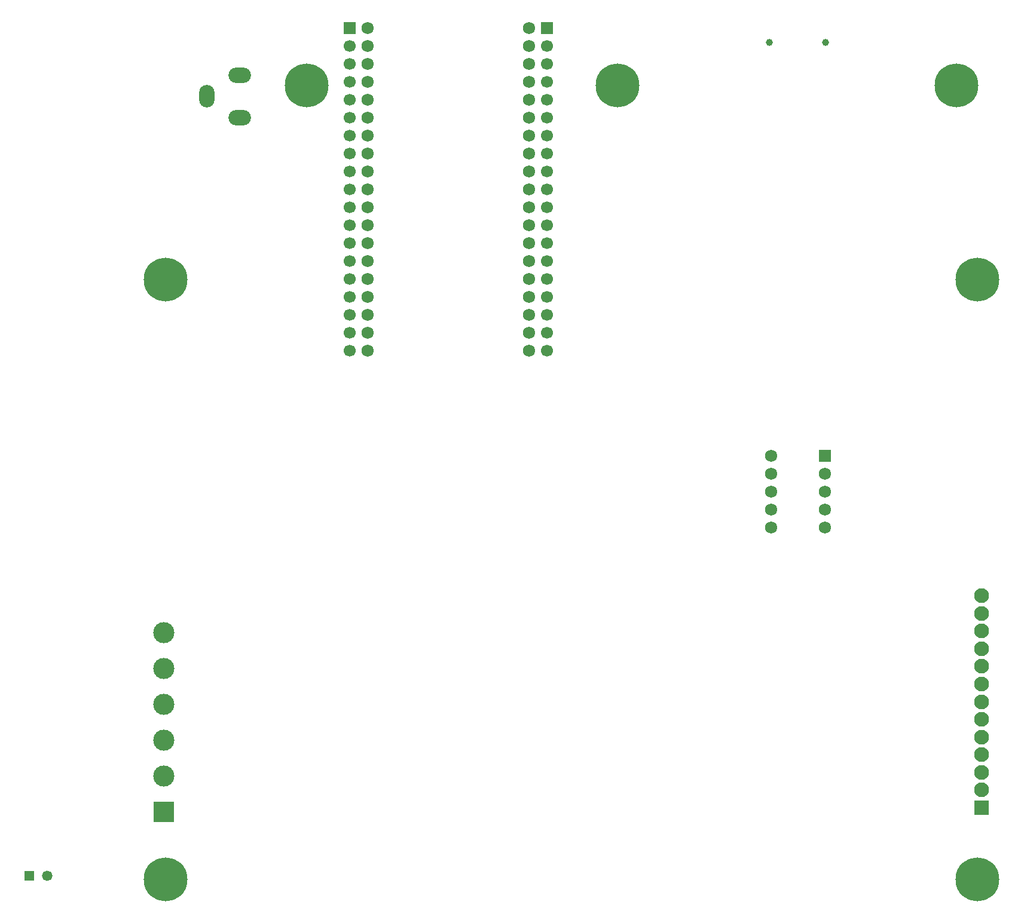
<source format=gbr>
G04 DipTrace 3.3.1.3*
G04 BottomMask.gbr*
%MOIN*%
G04 #@! TF.FileFunction,Soldermask,Bot*
G04 #@! TF.Part,Single*
%ADD51C,0.03937*%
%ADD61R,0.06788X0.06788*%
%ADD63C,0.06788*%
%ADD69C,0.2441*%
%ADD71O,0.08662X0.12599*%
%ADD73O,0.12599X0.08662*%
%ADD75C,0.118116*%
%ADD77R,0.118116X0.118116*%
%ADD87C,0.082683*%
%ADD89R,0.082683X0.082683*%
%ADD91C,0.066935*%
%ADD93R,0.066935X0.066935*%
%ADD95R,0.05788X0.05788*%
%ADD97C,0.05788*%
%FSLAX26Y26*%
G04*
G70*
G90*
G75*
G01*
G04 BotMask*
%LPD*%
D97*
X758661Y551180D3*
D95*
X658661D3*
D93*
X3543700Y5281200D3*
D91*
Y5181200D3*
Y5081200D3*
Y4981200D3*
Y4881200D3*
Y4781200D3*
Y4681200D3*
Y4581200D3*
Y4481200D3*
Y4381200D3*
Y4281200D3*
Y4181200D3*
Y4081200D3*
Y3981200D3*
Y3881200D3*
Y3781200D3*
Y3681200D3*
Y3581200D3*
Y3481200D3*
D93*
X2443700Y5281200D3*
D91*
Y5181200D3*
Y5081200D3*
Y4981200D3*
Y4881200D3*
Y4781200D3*
Y4681200D3*
Y4581200D3*
Y4481200D3*
Y4381200D3*
Y4281200D3*
Y4181200D3*
Y4081200D3*
Y3981200D3*
Y3881200D3*
Y3781200D3*
Y3681200D3*
Y3581200D3*
Y3481200D3*
D89*
X5968700Y931200D3*
D87*
Y1029625D3*
Y1128050D3*
Y1226476D3*
Y1324901D3*
Y1423326D3*
Y1521751D3*
Y1620176D3*
Y1718602D3*
Y1817027D3*
Y1915452D3*
Y2013877D3*
Y2112302D3*
D51*
X5097834Y5199802D3*
X4782873D3*
D77*
X1406200Y906200D3*
D75*
Y1106200D3*
Y1306200D3*
Y1506200D3*
Y1706200D3*
Y1906200D3*
D73*
X1831200Y4781200D3*
Y5017420D3*
D71*
X1646161Y4899310D3*
D69*
X1417322Y531495D3*
X5944881D3*
Y3877952D3*
X1417322D3*
X2204724Y4960629D3*
X3937007D3*
X5826771D3*
D63*
X3443700Y5281200D3*
Y5181200D3*
Y5081200D3*
Y4981200D3*
Y4881200D3*
Y4781200D3*
Y4681200D3*
Y4581200D3*
Y4481200D3*
Y4381200D3*
Y4281200D3*
Y4181200D3*
Y4081200D3*
Y3981200D3*
Y3881200D3*
Y3781200D3*
Y3681200D3*
Y3581200D3*
Y3481200D3*
X2543700Y5281200D3*
Y5181200D3*
Y5081200D3*
Y4981200D3*
Y4881200D3*
Y4781200D3*
Y4681200D3*
Y4581200D3*
Y4481200D3*
Y4381200D3*
Y4281200D3*
Y4181200D3*
Y4081200D3*
Y3981200D3*
Y3881200D3*
Y3781200D3*
Y3681200D3*
Y3581200D3*
Y3481200D3*
X4793700Y2893700D3*
Y2793700D3*
Y2693700D3*
Y2593700D3*
Y2493700D3*
X5093700D3*
Y2593700D3*
Y2693700D3*
Y2793700D3*
D61*
Y2893700D3*
M02*

</source>
